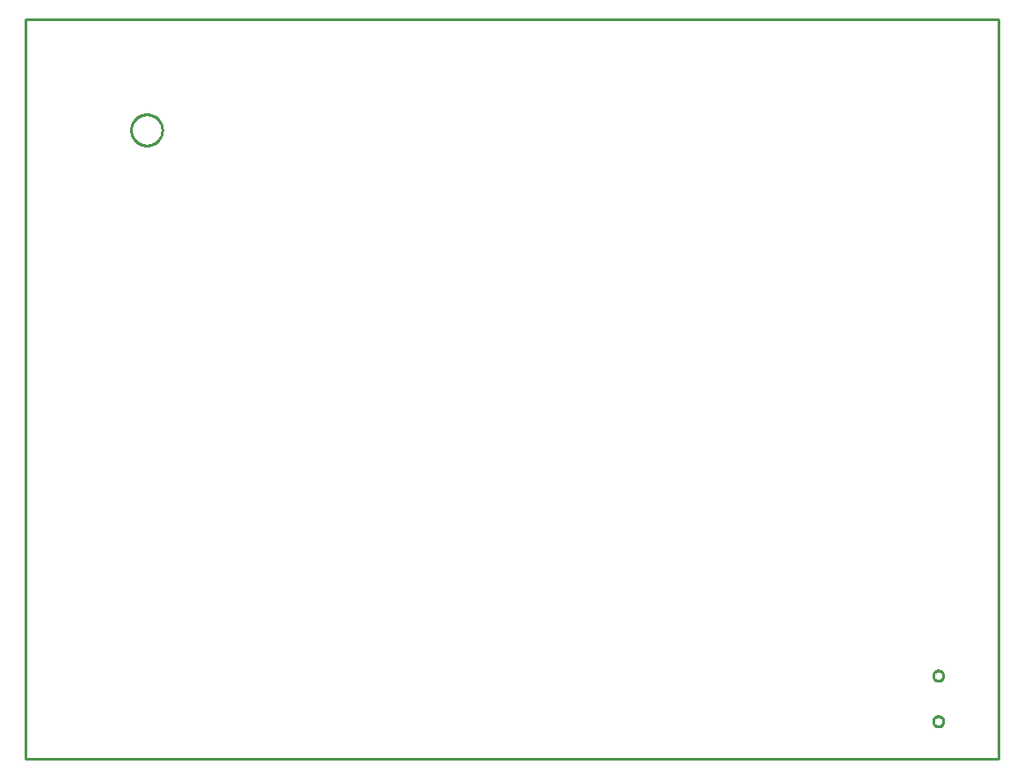
<source format=gbr>
G04 EAGLE Gerber RS-274X export*
G75*
%MOMM*%
%FSLAX34Y34*%
%LPD*%
%IN*%
%IPPOS*%
%AMOC8*
5,1,8,0,0,1.08239X$1,22.5*%
G01*
%ADD10C,0.254000*%


D10*
X0Y-2540D02*
X937060Y-2540D01*
X937060Y710440D01*
X0Y710440D01*
X0Y-2540D01*
X116996Y618980D02*
X118064Y618904D01*
X119125Y618751D01*
X120172Y618523D01*
X121200Y618221D01*
X122204Y617847D01*
X123179Y617402D01*
X124119Y616888D01*
X125020Y616309D01*
X125878Y615667D01*
X126688Y614965D01*
X127445Y614208D01*
X128147Y613398D01*
X128789Y612540D01*
X129368Y611639D01*
X129882Y610699D01*
X130327Y609724D01*
X130701Y608720D01*
X131003Y607692D01*
X131231Y606645D01*
X131384Y605584D01*
X131460Y604516D01*
X131460Y603444D01*
X131384Y602376D01*
X131231Y601315D01*
X131003Y600268D01*
X130701Y599240D01*
X130327Y598236D01*
X129882Y597261D01*
X129368Y596321D01*
X128789Y595420D01*
X128147Y594562D01*
X127445Y593752D01*
X126688Y592995D01*
X125878Y592293D01*
X125020Y591651D01*
X124119Y591072D01*
X123179Y590558D01*
X122204Y590113D01*
X121200Y589739D01*
X120172Y589437D01*
X119125Y589209D01*
X118064Y589056D01*
X116996Y588980D01*
X115924Y588980D01*
X114856Y589056D01*
X113795Y589209D01*
X112748Y589437D01*
X111720Y589739D01*
X110716Y590113D01*
X109741Y590558D01*
X108801Y591072D01*
X107900Y591651D01*
X107042Y592293D01*
X106232Y592995D01*
X105475Y593752D01*
X104773Y594562D01*
X104131Y595420D01*
X103552Y596321D01*
X103038Y597261D01*
X102593Y598236D01*
X102219Y599240D01*
X101917Y600268D01*
X101689Y601315D01*
X101536Y602376D01*
X101460Y603444D01*
X101460Y604516D01*
X101536Y605584D01*
X101689Y606645D01*
X101917Y607692D01*
X102219Y608720D01*
X102593Y609724D01*
X103038Y610699D01*
X103552Y611639D01*
X104131Y612540D01*
X104773Y613398D01*
X105475Y614208D01*
X106232Y614965D01*
X107042Y615667D01*
X107900Y616309D01*
X108801Y616888D01*
X109741Y617402D01*
X110716Y617847D01*
X111720Y618221D01*
X112748Y618523D01*
X113795Y618751D01*
X114856Y618904D01*
X115924Y618980D01*
X116996Y618980D01*
X879281Y38880D02*
X879839Y38817D01*
X880386Y38692D01*
X880916Y38507D01*
X881422Y38263D01*
X881898Y37964D01*
X882337Y37614D01*
X882734Y37217D01*
X883084Y36778D01*
X883383Y36302D01*
X883627Y35796D01*
X883812Y35266D01*
X883937Y34719D01*
X884000Y34161D01*
X884000Y33599D01*
X883937Y33041D01*
X883812Y32494D01*
X883627Y31964D01*
X883383Y31458D01*
X883084Y30982D01*
X882734Y30543D01*
X882337Y30146D01*
X881898Y29796D01*
X881422Y29497D01*
X880916Y29253D01*
X880386Y29068D01*
X879839Y28943D01*
X879281Y28880D01*
X878719Y28880D01*
X878161Y28943D01*
X877614Y29068D01*
X877084Y29253D01*
X876578Y29497D01*
X876102Y29796D01*
X875663Y30146D01*
X875266Y30543D01*
X874916Y30982D01*
X874617Y31458D01*
X874373Y31964D01*
X874188Y32494D01*
X874063Y33041D01*
X874000Y33599D01*
X874000Y34161D01*
X874063Y34719D01*
X874188Y35266D01*
X874373Y35796D01*
X874617Y36302D01*
X874916Y36778D01*
X875266Y37217D01*
X875663Y37614D01*
X876102Y37964D01*
X876578Y38263D01*
X877084Y38507D01*
X877614Y38692D01*
X878161Y38817D01*
X878719Y38880D01*
X879281Y38880D01*
X879281Y82880D02*
X879839Y82817D01*
X880386Y82692D01*
X880916Y82507D01*
X881422Y82263D01*
X881898Y81964D01*
X882337Y81614D01*
X882734Y81217D01*
X883084Y80778D01*
X883383Y80302D01*
X883627Y79796D01*
X883812Y79266D01*
X883937Y78719D01*
X884000Y78161D01*
X884000Y77599D01*
X883937Y77041D01*
X883812Y76494D01*
X883627Y75964D01*
X883383Y75458D01*
X883084Y74982D01*
X882734Y74543D01*
X882337Y74146D01*
X881898Y73796D01*
X881422Y73497D01*
X880916Y73253D01*
X880386Y73068D01*
X879839Y72943D01*
X879281Y72880D01*
X878719Y72880D01*
X878161Y72943D01*
X877614Y73068D01*
X877084Y73253D01*
X876578Y73497D01*
X876102Y73796D01*
X875663Y74146D01*
X875266Y74543D01*
X874916Y74982D01*
X874617Y75458D01*
X874373Y75964D01*
X874188Y76494D01*
X874063Y77041D01*
X874000Y77599D01*
X874000Y78161D01*
X874063Y78719D01*
X874188Y79266D01*
X874373Y79796D01*
X874617Y80302D01*
X874916Y80778D01*
X875266Y81217D01*
X875663Y81614D01*
X876102Y81964D01*
X876578Y82263D01*
X877084Y82507D01*
X877614Y82692D01*
X878161Y82817D01*
X878719Y82880D01*
X879281Y82880D01*
M02*

</source>
